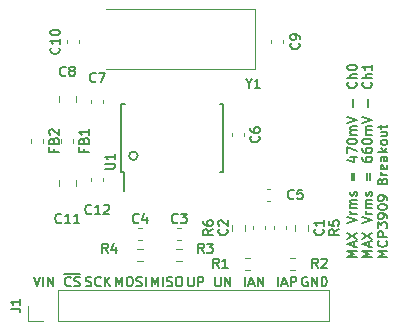
<source format=gbr>
%TF.GenerationSoftware,KiCad,Pcbnew,7.0.7*%
%TF.CreationDate,2025-04-13T10:38:35+09:30*%
%TF.ProjectId,MCP3909_Breakout,4d435033-3930-4395-9f42-7265616b6f75,rev?*%
%TF.SameCoordinates,Original*%
%TF.FileFunction,Legend,Top*%
%TF.FilePolarity,Positive*%
%FSLAX46Y46*%
G04 Gerber Fmt 4.6, Leading zero omitted, Abs format (unit mm)*
G04 Created by KiCad (PCBNEW 7.0.7) date 2025-04-13 10:38:35*
%MOMM*%
%LPD*%
G01*
G04 APERTURE LIST*
%ADD10C,0.150000*%
%ADD11C,0.200000*%
%ADD12C,0.120000*%
G04 APERTURE END LIST*
D10*
X140059210Y-99314000D02*
G75*
G03*
X140059210Y-99314000I-359210J0D01*
G01*
D11*
X146626054Y-109581695D02*
X146626054Y-110229314D01*
X146626054Y-110229314D02*
X146664149Y-110305504D01*
X146664149Y-110305504D02*
X146702244Y-110343600D01*
X146702244Y-110343600D02*
X146778435Y-110381695D01*
X146778435Y-110381695D02*
X146930816Y-110381695D01*
X146930816Y-110381695D02*
X147007006Y-110343600D01*
X147007006Y-110343600D02*
X147045101Y-110305504D01*
X147045101Y-110305504D02*
X147083197Y-110229314D01*
X147083197Y-110229314D02*
X147083197Y-109581695D01*
X147464149Y-110381695D02*
X147464149Y-109581695D01*
X147464149Y-109581695D02*
X147921292Y-110381695D01*
X147921292Y-110381695D02*
X147921292Y-109581695D01*
X158605695Y-107881945D02*
X157805695Y-107881945D01*
X157805695Y-107881945D02*
X158377123Y-107615279D01*
X158377123Y-107615279D02*
X157805695Y-107348612D01*
X157805695Y-107348612D02*
X158605695Y-107348612D01*
X158377123Y-107005755D02*
X158377123Y-106624802D01*
X158605695Y-107081945D02*
X157805695Y-106815278D01*
X157805695Y-106815278D02*
X158605695Y-106548612D01*
X157805695Y-106358136D02*
X158605695Y-105824802D01*
X157805695Y-105824802D02*
X158605695Y-106358136D01*
X157805695Y-105024802D02*
X158605695Y-104758135D01*
X158605695Y-104758135D02*
X157805695Y-104491469D01*
X158605695Y-104224802D02*
X158072361Y-104224802D01*
X158224742Y-104224802D02*
X158148552Y-104186707D01*
X158148552Y-104186707D02*
X158110457Y-104148612D01*
X158110457Y-104148612D02*
X158072361Y-104072421D01*
X158072361Y-104072421D02*
X158072361Y-103996231D01*
X158605695Y-103729564D02*
X158072361Y-103729564D01*
X158148552Y-103729564D02*
X158110457Y-103691469D01*
X158110457Y-103691469D02*
X158072361Y-103615279D01*
X158072361Y-103615279D02*
X158072361Y-103500993D01*
X158072361Y-103500993D02*
X158110457Y-103424802D01*
X158110457Y-103424802D02*
X158186647Y-103386707D01*
X158186647Y-103386707D02*
X158605695Y-103386707D01*
X158186647Y-103386707D02*
X158110457Y-103348612D01*
X158110457Y-103348612D02*
X158072361Y-103272421D01*
X158072361Y-103272421D02*
X158072361Y-103158136D01*
X158072361Y-103158136D02*
X158110457Y-103081945D01*
X158110457Y-103081945D02*
X158186647Y-103043850D01*
X158186647Y-103043850D02*
X158605695Y-103043850D01*
X158567600Y-102700993D02*
X158605695Y-102624802D01*
X158605695Y-102624802D02*
X158605695Y-102472421D01*
X158605695Y-102472421D02*
X158567600Y-102396231D01*
X158567600Y-102396231D02*
X158491409Y-102358135D01*
X158491409Y-102358135D02*
X158453314Y-102358135D01*
X158453314Y-102358135D02*
X158377123Y-102396231D01*
X158377123Y-102396231D02*
X158339028Y-102472421D01*
X158339028Y-102472421D02*
X158339028Y-102586707D01*
X158339028Y-102586707D02*
X158300933Y-102662897D01*
X158300933Y-102662897D02*
X158224742Y-102700993D01*
X158224742Y-102700993D02*
X158186647Y-102700993D01*
X158186647Y-102700993D02*
X158110457Y-102662897D01*
X158110457Y-102662897D02*
X158072361Y-102586707D01*
X158072361Y-102586707D02*
X158072361Y-102472421D01*
X158072361Y-102472421D02*
X158110457Y-102396231D01*
X158186647Y-101405754D02*
X158186647Y-100796231D01*
X158415219Y-100796231D02*
X158415219Y-101405754D01*
X158072361Y-99462897D02*
X158605695Y-99462897D01*
X157767600Y-99653373D02*
X158339028Y-99843850D01*
X158339028Y-99843850D02*
X158339028Y-99348611D01*
X157805695Y-99120040D02*
X157805695Y-98586706D01*
X157805695Y-98586706D02*
X158605695Y-98929564D01*
X157805695Y-98129563D02*
X157805695Y-98053373D01*
X157805695Y-98053373D02*
X157843790Y-97977182D01*
X157843790Y-97977182D02*
X157881885Y-97939087D01*
X157881885Y-97939087D02*
X157958076Y-97900992D01*
X157958076Y-97900992D02*
X158110457Y-97862897D01*
X158110457Y-97862897D02*
X158300933Y-97862897D01*
X158300933Y-97862897D02*
X158453314Y-97900992D01*
X158453314Y-97900992D02*
X158529504Y-97939087D01*
X158529504Y-97939087D02*
X158567600Y-97977182D01*
X158567600Y-97977182D02*
X158605695Y-98053373D01*
X158605695Y-98053373D02*
X158605695Y-98129563D01*
X158605695Y-98129563D02*
X158567600Y-98205754D01*
X158567600Y-98205754D02*
X158529504Y-98243849D01*
X158529504Y-98243849D02*
X158453314Y-98281944D01*
X158453314Y-98281944D02*
X158300933Y-98320040D01*
X158300933Y-98320040D02*
X158110457Y-98320040D01*
X158110457Y-98320040D02*
X157958076Y-98281944D01*
X157958076Y-98281944D02*
X157881885Y-98243849D01*
X157881885Y-98243849D02*
X157843790Y-98205754D01*
X157843790Y-98205754D02*
X157805695Y-98129563D01*
X158605695Y-97520039D02*
X158072361Y-97520039D01*
X158148552Y-97520039D02*
X158110457Y-97481944D01*
X158110457Y-97481944D02*
X158072361Y-97405754D01*
X158072361Y-97405754D02*
X158072361Y-97291468D01*
X158072361Y-97291468D02*
X158110457Y-97215277D01*
X158110457Y-97215277D02*
X158186647Y-97177182D01*
X158186647Y-97177182D02*
X158605695Y-97177182D01*
X158186647Y-97177182D02*
X158110457Y-97139087D01*
X158110457Y-97139087D02*
X158072361Y-97062896D01*
X158072361Y-97062896D02*
X158072361Y-96948611D01*
X158072361Y-96948611D02*
X158110457Y-96872420D01*
X158110457Y-96872420D02*
X158186647Y-96834325D01*
X158186647Y-96834325D02*
X158605695Y-96834325D01*
X157805695Y-96567658D02*
X158605695Y-96300991D01*
X158605695Y-96300991D02*
X157805695Y-96034325D01*
X158300933Y-95158134D02*
X158300933Y-94548611D01*
X158529504Y-93100991D02*
X158567600Y-93139087D01*
X158567600Y-93139087D02*
X158605695Y-93253372D01*
X158605695Y-93253372D02*
X158605695Y-93329563D01*
X158605695Y-93329563D02*
X158567600Y-93443849D01*
X158567600Y-93443849D02*
X158491409Y-93520039D01*
X158491409Y-93520039D02*
X158415219Y-93558134D01*
X158415219Y-93558134D02*
X158262838Y-93596230D01*
X158262838Y-93596230D02*
X158148552Y-93596230D01*
X158148552Y-93596230D02*
X157996171Y-93558134D01*
X157996171Y-93558134D02*
X157919980Y-93520039D01*
X157919980Y-93520039D02*
X157843790Y-93443849D01*
X157843790Y-93443849D02*
X157805695Y-93329563D01*
X157805695Y-93329563D02*
X157805695Y-93253372D01*
X157805695Y-93253372D02*
X157843790Y-93139087D01*
X157843790Y-93139087D02*
X157881885Y-93100991D01*
X158605695Y-92758134D02*
X157805695Y-92758134D01*
X158605695Y-92415277D02*
X158186647Y-92415277D01*
X158186647Y-92415277D02*
X158110457Y-92453372D01*
X158110457Y-92453372D02*
X158072361Y-92529563D01*
X158072361Y-92529563D02*
X158072361Y-92643849D01*
X158072361Y-92643849D02*
X158110457Y-92720039D01*
X158110457Y-92720039D02*
X158148552Y-92758134D01*
X157805695Y-91881943D02*
X157805695Y-91805753D01*
X157805695Y-91805753D02*
X157843790Y-91729562D01*
X157843790Y-91729562D02*
X157881885Y-91691467D01*
X157881885Y-91691467D02*
X157958076Y-91653372D01*
X157958076Y-91653372D02*
X158110457Y-91615277D01*
X158110457Y-91615277D02*
X158300933Y-91615277D01*
X158300933Y-91615277D02*
X158453314Y-91653372D01*
X158453314Y-91653372D02*
X158529504Y-91691467D01*
X158529504Y-91691467D02*
X158567600Y-91729562D01*
X158567600Y-91729562D02*
X158605695Y-91805753D01*
X158605695Y-91805753D02*
X158605695Y-91881943D01*
X158605695Y-91881943D02*
X158567600Y-91958134D01*
X158567600Y-91958134D02*
X158529504Y-91996229D01*
X158529504Y-91996229D02*
X158453314Y-92034324D01*
X158453314Y-92034324D02*
X158300933Y-92072420D01*
X158300933Y-92072420D02*
X158110457Y-92072420D01*
X158110457Y-92072420D02*
X157958076Y-92034324D01*
X157958076Y-92034324D02*
X157881885Y-91996229D01*
X157881885Y-91996229D02*
X157843790Y-91958134D01*
X157843790Y-91958134D02*
X157805695Y-91881943D01*
X159893695Y-107881945D02*
X159093695Y-107881945D01*
X159093695Y-107881945D02*
X159665123Y-107615279D01*
X159665123Y-107615279D02*
X159093695Y-107348612D01*
X159093695Y-107348612D02*
X159893695Y-107348612D01*
X159665123Y-107005755D02*
X159665123Y-106624802D01*
X159893695Y-107081945D02*
X159093695Y-106815278D01*
X159093695Y-106815278D02*
X159893695Y-106548612D01*
X159093695Y-106358136D02*
X159893695Y-105824802D01*
X159093695Y-105824802D02*
X159893695Y-106358136D01*
X159093695Y-105024802D02*
X159893695Y-104758135D01*
X159893695Y-104758135D02*
X159093695Y-104491469D01*
X159893695Y-104224802D02*
X159360361Y-104224802D01*
X159512742Y-104224802D02*
X159436552Y-104186707D01*
X159436552Y-104186707D02*
X159398457Y-104148612D01*
X159398457Y-104148612D02*
X159360361Y-104072421D01*
X159360361Y-104072421D02*
X159360361Y-103996231D01*
X159893695Y-103729564D02*
X159360361Y-103729564D01*
X159436552Y-103729564D02*
X159398457Y-103691469D01*
X159398457Y-103691469D02*
X159360361Y-103615279D01*
X159360361Y-103615279D02*
X159360361Y-103500993D01*
X159360361Y-103500993D02*
X159398457Y-103424802D01*
X159398457Y-103424802D02*
X159474647Y-103386707D01*
X159474647Y-103386707D02*
X159893695Y-103386707D01*
X159474647Y-103386707D02*
X159398457Y-103348612D01*
X159398457Y-103348612D02*
X159360361Y-103272421D01*
X159360361Y-103272421D02*
X159360361Y-103158136D01*
X159360361Y-103158136D02*
X159398457Y-103081945D01*
X159398457Y-103081945D02*
X159474647Y-103043850D01*
X159474647Y-103043850D02*
X159893695Y-103043850D01*
X159855600Y-102700993D02*
X159893695Y-102624802D01*
X159893695Y-102624802D02*
X159893695Y-102472421D01*
X159893695Y-102472421D02*
X159855600Y-102396231D01*
X159855600Y-102396231D02*
X159779409Y-102358135D01*
X159779409Y-102358135D02*
X159741314Y-102358135D01*
X159741314Y-102358135D02*
X159665123Y-102396231D01*
X159665123Y-102396231D02*
X159627028Y-102472421D01*
X159627028Y-102472421D02*
X159627028Y-102586707D01*
X159627028Y-102586707D02*
X159588933Y-102662897D01*
X159588933Y-102662897D02*
X159512742Y-102700993D01*
X159512742Y-102700993D02*
X159474647Y-102700993D01*
X159474647Y-102700993D02*
X159398457Y-102662897D01*
X159398457Y-102662897D02*
X159360361Y-102586707D01*
X159360361Y-102586707D02*
X159360361Y-102472421D01*
X159360361Y-102472421D02*
X159398457Y-102396231D01*
X159474647Y-101405754D02*
X159474647Y-100796231D01*
X159703219Y-100796231D02*
X159703219Y-101405754D01*
X159093695Y-99462897D02*
X159093695Y-99615278D01*
X159093695Y-99615278D02*
X159131790Y-99691469D01*
X159131790Y-99691469D02*
X159169885Y-99729564D01*
X159169885Y-99729564D02*
X159284171Y-99805754D01*
X159284171Y-99805754D02*
X159436552Y-99843850D01*
X159436552Y-99843850D02*
X159741314Y-99843850D01*
X159741314Y-99843850D02*
X159817504Y-99805754D01*
X159817504Y-99805754D02*
X159855600Y-99767659D01*
X159855600Y-99767659D02*
X159893695Y-99691469D01*
X159893695Y-99691469D02*
X159893695Y-99539088D01*
X159893695Y-99539088D02*
X159855600Y-99462897D01*
X159855600Y-99462897D02*
X159817504Y-99424802D01*
X159817504Y-99424802D02*
X159741314Y-99386707D01*
X159741314Y-99386707D02*
X159550838Y-99386707D01*
X159550838Y-99386707D02*
X159474647Y-99424802D01*
X159474647Y-99424802D02*
X159436552Y-99462897D01*
X159436552Y-99462897D02*
X159398457Y-99539088D01*
X159398457Y-99539088D02*
X159398457Y-99691469D01*
X159398457Y-99691469D02*
X159436552Y-99767659D01*
X159436552Y-99767659D02*
X159474647Y-99805754D01*
X159474647Y-99805754D02*
X159550838Y-99843850D01*
X159093695Y-98700992D02*
X159093695Y-98853373D01*
X159093695Y-98853373D02*
X159131790Y-98929564D01*
X159131790Y-98929564D02*
X159169885Y-98967659D01*
X159169885Y-98967659D02*
X159284171Y-99043849D01*
X159284171Y-99043849D02*
X159436552Y-99081945D01*
X159436552Y-99081945D02*
X159741314Y-99081945D01*
X159741314Y-99081945D02*
X159817504Y-99043849D01*
X159817504Y-99043849D02*
X159855600Y-99005754D01*
X159855600Y-99005754D02*
X159893695Y-98929564D01*
X159893695Y-98929564D02*
X159893695Y-98777183D01*
X159893695Y-98777183D02*
X159855600Y-98700992D01*
X159855600Y-98700992D02*
X159817504Y-98662897D01*
X159817504Y-98662897D02*
X159741314Y-98624802D01*
X159741314Y-98624802D02*
X159550838Y-98624802D01*
X159550838Y-98624802D02*
X159474647Y-98662897D01*
X159474647Y-98662897D02*
X159436552Y-98700992D01*
X159436552Y-98700992D02*
X159398457Y-98777183D01*
X159398457Y-98777183D02*
X159398457Y-98929564D01*
X159398457Y-98929564D02*
X159436552Y-99005754D01*
X159436552Y-99005754D02*
X159474647Y-99043849D01*
X159474647Y-99043849D02*
X159550838Y-99081945D01*
X159093695Y-98129563D02*
X159093695Y-98053373D01*
X159093695Y-98053373D02*
X159131790Y-97977182D01*
X159131790Y-97977182D02*
X159169885Y-97939087D01*
X159169885Y-97939087D02*
X159246076Y-97900992D01*
X159246076Y-97900992D02*
X159398457Y-97862897D01*
X159398457Y-97862897D02*
X159588933Y-97862897D01*
X159588933Y-97862897D02*
X159741314Y-97900992D01*
X159741314Y-97900992D02*
X159817504Y-97939087D01*
X159817504Y-97939087D02*
X159855600Y-97977182D01*
X159855600Y-97977182D02*
X159893695Y-98053373D01*
X159893695Y-98053373D02*
X159893695Y-98129563D01*
X159893695Y-98129563D02*
X159855600Y-98205754D01*
X159855600Y-98205754D02*
X159817504Y-98243849D01*
X159817504Y-98243849D02*
X159741314Y-98281944D01*
X159741314Y-98281944D02*
X159588933Y-98320040D01*
X159588933Y-98320040D02*
X159398457Y-98320040D01*
X159398457Y-98320040D02*
X159246076Y-98281944D01*
X159246076Y-98281944D02*
X159169885Y-98243849D01*
X159169885Y-98243849D02*
X159131790Y-98205754D01*
X159131790Y-98205754D02*
X159093695Y-98129563D01*
X159893695Y-97520039D02*
X159360361Y-97520039D01*
X159436552Y-97520039D02*
X159398457Y-97481944D01*
X159398457Y-97481944D02*
X159360361Y-97405754D01*
X159360361Y-97405754D02*
X159360361Y-97291468D01*
X159360361Y-97291468D02*
X159398457Y-97215277D01*
X159398457Y-97215277D02*
X159474647Y-97177182D01*
X159474647Y-97177182D02*
X159893695Y-97177182D01*
X159474647Y-97177182D02*
X159398457Y-97139087D01*
X159398457Y-97139087D02*
X159360361Y-97062896D01*
X159360361Y-97062896D02*
X159360361Y-96948611D01*
X159360361Y-96948611D02*
X159398457Y-96872420D01*
X159398457Y-96872420D02*
X159474647Y-96834325D01*
X159474647Y-96834325D02*
X159893695Y-96834325D01*
X159093695Y-96567658D02*
X159893695Y-96300991D01*
X159893695Y-96300991D02*
X159093695Y-96034325D01*
X159588933Y-95158134D02*
X159588933Y-94548611D01*
X159817504Y-93100991D02*
X159855600Y-93139087D01*
X159855600Y-93139087D02*
X159893695Y-93253372D01*
X159893695Y-93253372D02*
X159893695Y-93329563D01*
X159893695Y-93329563D02*
X159855600Y-93443849D01*
X159855600Y-93443849D02*
X159779409Y-93520039D01*
X159779409Y-93520039D02*
X159703219Y-93558134D01*
X159703219Y-93558134D02*
X159550838Y-93596230D01*
X159550838Y-93596230D02*
X159436552Y-93596230D01*
X159436552Y-93596230D02*
X159284171Y-93558134D01*
X159284171Y-93558134D02*
X159207980Y-93520039D01*
X159207980Y-93520039D02*
X159131790Y-93443849D01*
X159131790Y-93443849D02*
X159093695Y-93329563D01*
X159093695Y-93329563D02*
X159093695Y-93253372D01*
X159093695Y-93253372D02*
X159131790Y-93139087D01*
X159131790Y-93139087D02*
X159169885Y-93100991D01*
X159893695Y-92758134D02*
X159093695Y-92758134D01*
X159893695Y-92415277D02*
X159474647Y-92415277D01*
X159474647Y-92415277D02*
X159398457Y-92453372D01*
X159398457Y-92453372D02*
X159360361Y-92529563D01*
X159360361Y-92529563D02*
X159360361Y-92643849D01*
X159360361Y-92643849D02*
X159398457Y-92720039D01*
X159398457Y-92720039D02*
X159436552Y-92758134D01*
X159893695Y-91615277D02*
X159893695Y-92072420D01*
X159893695Y-91843848D02*
X159093695Y-91843848D01*
X159093695Y-91843848D02*
X159207980Y-91920039D01*
X159207980Y-91920039D02*
X159284171Y-91996229D01*
X159284171Y-91996229D02*
X159322266Y-92072420D01*
X161181695Y-107881945D02*
X160381695Y-107881945D01*
X160381695Y-107881945D02*
X160953123Y-107615279D01*
X160953123Y-107615279D02*
X160381695Y-107348612D01*
X160381695Y-107348612D02*
X161181695Y-107348612D01*
X161105504Y-106510516D02*
X161143600Y-106548612D01*
X161143600Y-106548612D02*
X161181695Y-106662897D01*
X161181695Y-106662897D02*
X161181695Y-106739088D01*
X161181695Y-106739088D02*
X161143600Y-106853374D01*
X161143600Y-106853374D02*
X161067409Y-106929564D01*
X161067409Y-106929564D02*
X160991219Y-106967659D01*
X160991219Y-106967659D02*
X160838838Y-107005755D01*
X160838838Y-107005755D02*
X160724552Y-107005755D01*
X160724552Y-107005755D02*
X160572171Y-106967659D01*
X160572171Y-106967659D02*
X160495980Y-106929564D01*
X160495980Y-106929564D02*
X160419790Y-106853374D01*
X160419790Y-106853374D02*
X160381695Y-106739088D01*
X160381695Y-106739088D02*
X160381695Y-106662897D01*
X160381695Y-106662897D02*
X160419790Y-106548612D01*
X160419790Y-106548612D02*
X160457885Y-106510516D01*
X161181695Y-106167659D02*
X160381695Y-106167659D01*
X160381695Y-106167659D02*
X160381695Y-105862897D01*
X160381695Y-105862897D02*
X160419790Y-105786707D01*
X160419790Y-105786707D02*
X160457885Y-105748612D01*
X160457885Y-105748612D02*
X160534076Y-105710516D01*
X160534076Y-105710516D02*
X160648361Y-105710516D01*
X160648361Y-105710516D02*
X160724552Y-105748612D01*
X160724552Y-105748612D02*
X160762647Y-105786707D01*
X160762647Y-105786707D02*
X160800742Y-105862897D01*
X160800742Y-105862897D02*
X160800742Y-106167659D01*
X160381695Y-105443850D02*
X160381695Y-104948612D01*
X160381695Y-104948612D02*
X160686457Y-105215278D01*
X160686457Y-105215278D02*
X160686457Y-105100993D01*
X160686457Y-105100993D02*
X160724552Y-105024802D01*
X160724552Y-105024802D02*
X160762647Y-104986707D01*
X160762647Y-104986707D02*
X160838838Y-104948612D01*
X160838838Y-104948612D02*
X161029314Y-104948612D01*
X161029314Y-104948612D02*
X161105504Y-104986707D01*
X161105504Y-104986707D02*
X161143600Y-105024802D01*
X161143600Y-105024802D02*
X161181695Y-105100993D01*
X161181695Y-105100993D02*
X161181695Y-105329564D01*
X161181695Y-105329564D02*
X161143600Y-105405755D01*
X161143600Y-105405755D02*
X161105504Y-105443850D01*
X161181695Y-104567659D02*
X161181695Y-104415278D01*
X161181695Y-104415278D02*
X161143600Y-104339088D01*
X161143600Y-104339088D02*
X161105504Y-104300992D01*
X161105504Y-104300992D02*
X160991219Y-104224802D01*
X160991219Y-104224802D02*
X160838838Y-104186707D01*
X160838838Y-104186707D02*
X160534076Y-104186707D01*
X160534076Y-104186707D02*
X160457885Y-104224802D01*
X160457885Y-104224802D02*
X160419790Y-104262897D01*
X160419790Y-104262897D02*
X160381695Y-104339088D01*
X160381695Y-104339088D02*
X160381695Y-104491469D01*
X160381695Y-104491469D02*
X160419790Y-104567659D01*
X160419790Y-104567659D02*
X160457885Y-104605754D01*
X160457885Y-104605754D02*
X160534076Y-104643850D01*
X160534076Y-104643850D02*
X160724552Y-104643850D01*
X160724552Y-104643850D02*
X160800742Y-104605754D01*
X160800742Y-104605754D02*
X160838838Y-104567659D01*
X160838838Y-104567659D02*
X160876933Y-104491469D01*
X160876933Y-104491469D02*
X160876933Y-104339088D01*
X160876933Y-104339088D02*
X160838838Y-104262897D01*
X160838838Y-104262897D02*
X160800742Y-104224802D01*
X160800742Y-104224802D02*
X160724552Y-104186707D01*
X160381695Y-103691468D02*
X160381695Y-103615278D01*
X160381695Y-103615278D02*
X160419790Y-103539087D01*
X160419790Y-103539087D02*
X160457885Y-103500992D01*
X160457885Y-103500992D02*
X160534076Y-103462897D01*
X160534076Y-103462897D02*
X160686457Y-103424802D01*
X160686457Y-103424802D02*
X160876933Y-103424802D01*
X160876933Y-103424802D02*
X161029314Y-103462897D01*
X161029314Y-103462897D02*
X161105504Y-103500992D01*
X161105504Y-103500992D02*
X161143600Y-103539087D01*
X161143600Y-103539087D02*
X161181695Y-103615278D01*
X161181695Y-103615278D02*
X161181695Y-103691468D01*
X161181695Y-103691468D02*
X161143600Y-103767659D01*
X161143600Y-103767659D02*
X161105504Y-103805754D01*
X161105504Y-103805754D02*
X161029314Y-103843849D01*
X161029314Y-103843849D02*
X160876933Y-103881945D01*
X160876933Y-103881945D02*
X160686457Y-103881945D01*
X160686457Y-103881945D02*
X160534076Y-103843849D01*
X160534076Y-103843849D02*
X160457885Y-103805754D01*
X160457885Y-103805754D02*
X160419790Y-103767659D01*
X160419790Y-103767659D02*
X160381695Y-103691468D01*
X161181695Y-103043849D02*
X161181695Y-102891468D01*
X161181695Y-102891468D02*
X161143600Y-102815278D01*
X161143600Y-102815278D02*
X161105504Y-102777182D01*
X161105504Y-102777182D02*
X160991219Y-102700992D01*
X160991219Y-102700992D02*
X160838838Y-102662897D01*
X160838838Y-102662897D02*
X160534076Y-102662897D01*
X160534076Y-102662897D02*
X160457885Y-102700992D01*
X160457885Y-102700992D02*
X160419790Y-102739087D01*
X160419790Y-102739087D02*
X160381695Y-102815278D01*
X160381695Y-102815278D02*
X160381695Y-102967659D01*
X160381695Y-102967659D02*
X160419790Y-103043849D01*
X160419790Y-103043849D02*
X160457885Y-103081944D01*
X160457885Y-103081944D02*
X160534076Y-103120040D01*
X160534076Y-103120040D02*
X160724552Y-103120040D01*
X160724552Y-103120040D02*
X160800742Y-103081944D01*
X160800742Y-103081944D02*
X160838838Y-103043849D01*
X160838838Y-103043849D02*
X160876933Y-102967659D01*
X160876933Y-102967659D02*
X160876933Y-102815278D01*
X160876933Y-102815278D02*
X160838838Y-102739087D01*
X160838838Y-102739087D02*
X160800742Y-102700992D01*
X160800742Y-102700992D02*
X160724552Y-102662897D01*
X160762647Y-101443849D02*
X160800742Y-101329563D01*
X160800742Y-101329563D02*
X160838838Y-101291468D01*
X160838838Y-101291468D02*
X160915028Y-101253372D01*
X160915028Y-101253372D02*
X161029314Y-101253372D01*
X161029314Y-101253372D02*
X161105504Y-101291468D01*
X161105504Y-101291468D02*
X161143600Y-101329563D01*
X161143600Y-101329563D02*
X161181695Y-101405753D01*
X161181695Y-101405753D02*
X161181695Y-101710515D01*
X161181695Y-101710515D02*
X160381695Y-101710515D01*
X160381695Y-101710515D02*
X160381695Y-101443849D01*
X160381695Y-101443849D02*
X160419790Y-101367658D01*
X160419790Y-101367658D02*
X160457885Y-101329563D01*
X160457885Y-101329563D02*
X160534076Y-101291468D01*
X160534076Y-101291468D02*
X160610266Y-101291468D01*
X160610266Y-101291468D02*
X160686457Y-101329563D01*
X160686457Y-101329563D02*
X160724552Y-101367658D01*
X160724552Y-101367658D02*
X160762647Y-101443849D01*
X160762647Y-101443849D02*
X160762647Y-101710515D01*
X161181695Y-100910515D02*
X160648361Y-100910515D01*
X160800742Y-100910515D02*
X160724552Y-100872420D01*
X160724552Y-100872420D02*
X160686457Y-100834325D01*
X160686457Y-100834325D02*
X160648361Y-100758134D01*
X160648361Y-100758134D02*
X160648361Y-100681944D01*
X161143600Y-100110515D02*
X161181695Y-100186706D01*
X161181695Y-100186706D02*
X161181695Y-100339087D01*
X161181695Y-100339087D02*
X161143600Y-100415277D01*
X161143600Y-100415277D02*
X161067409Y-100453373D01*
X161067409Y-100453373D02*
X160762647Y-100453373D01*
X160762647Y-100453373D02*
X160686457Y-100415277D01*
X160686457Y-100415277D02*
X160648361Y-100339087D01*
X160648361Y-100339087D02*
X160648361Y-100186706D01*
X160648361Y-100186706D02*
X160686457Y-100110515D01*
X160686457Y-100110515D02*
X160762647Y-100072420D01*
X160762647Y-100072420D02*
X160838838Y-100072420D01*
X160838838Y-100072420D02*
X160915028Y-100453373D01*
X161181695Y-99386706D02*
X160762647Y-99386706D01*
X160762647Y-99386706D02*
X160686457Y-99424801D01*
X160686457Y-99424801D02*
X160648361Y-99500992D01*
X160648361Y-99500992D02*
X160648361Y-99653373D01*
X160648361Y-99653373D02*
X160686457Y-99729563D01*
X161143600Y-99386706D02*
X161181695Y-99462897D01*
X161181695Y-99462897D02*
X161181695Y-99653373D01*
X161181695Y-99653373D02*
X161143600Y-99729563D01*
X161143600Y-99729563D02*
X161067409Y-99767659D01*
X161067409Y-99767659D02*
X160991219Y-99767659D01*
X160991219Y-99767659D02*
X160915028Y-99729563D01*
X160915028Y-99729563D02*
X160876933Y-99653373D01*
X160876933Y-99653373D02*
X160876933Y-99462897D01*
X160876933Y-99462897D02*
X160838838Y-99386706D01*
X161181695Y-99005753D02*
X160381695Y-99005753D01*
X160876933Y-98929563D02*
X161181695Y-98700991D01*
X160648361Y-98700991D02*
X160953123Y-99005753D01*
X161181695Y-98243849D02*
X161143600Y-98320039D01*
X161143600Y-98320039D02*
X161105504Y-98358134D01*
X161105504Y-98358134D02*
X161029314Y-98396230D01*
X161029314Y-98396230D02*
X160800742Y-98396230D01*
X160800742Y-98396230D02*
X160724552Y-98358134D01*
X160724552Y-98358134D02*
X160686457Y-98320039D01*
X160686457Y-98320039D02*
X160648361Y-98243849D01*
X160648361Y-98243849D02*
X160648361Y-98129563D01*
X160648361Y-98129563D02*
X160686457Y-98053372D01*
X160686457Y-98053372D02*
X160724552Y-98015277D01*
X160724552Y-98015277D02*
X160800742Y-97977182D01*
X160800742Y-97977182D02*
X161029314Y-97977182D01*
X161029314Y-97977182D02*
X161105504Y-98015277D01*
X161105504Y-98015277D02*
X161143600Y-98053372D01*
X161143600Y-98053372D02*
X161181695Y-98129563D01*
X161181695Y-98129563D02*
X161181695Y-98243849D01*
X160648361Y-97291467D02*
X161181695Y-97291467D01*
X160648361Y-97634324D02*
X161067409Y-97634324D01*
X161067409Y-97634324D02*
X161143600Y-97596229D01*
X161143600Y-97596229D02*
X161181695Y-97520039D01*
X161181695Y-97520039D02*
X161181695Y-97405753D01*
X161181695Y-97405753D02*
X161143600Y-97329562D01*
X161143600Y-97329562D02*
X161105504Y-97291467D01*
X160648361Y-97024800D02*
X160648361Y-96720038D01*
X160381695Y-96910514D02*
X161067409Y-96910514D01*
X161067409Y-96910514D02*
X161143600Y-96872419D01*
X161143600Y-96872419D02*
X161181695Y-96796229D01*
X161181695Y-96796229D02*
X161181695Y-96720038D01*
X135665958Y-110343600D02*
X135780244Y-110381695D01*
X135780244Y-110381695D02*
X135970720Y-110381695D01*
X135970720Y-110381695D02*
X136046911Y-110343600D01*
X136046911Y-110343600D02*
X136085006Y-110305504D01*
X136085006Y-110305504D02*
X136123101Y-110229314D01*
X136123101Y-110229314D02*
X136123101Y-110153123D01*
X136123101Y-110153123D02*
X136085006Y-110076933D01*
X136085006Y-110076933D02*
X136046911Y-110038838D01*
X136046911Y-110038838D02*
X135970720Y-110000742D01*
X135970720Y-110000742D02*
X135818339Y-109962647D01*
X135818339Y-109962647D02*
X135742149Y-109924552D01*
X135742149Y-109924552D02*
X135704054Y-109886457D01*
X135704054Y-109886457D02*
X135665958Y-109810266D01*
X135665958Y-109810266D02*
X135665958Y-109734076D01*
X135665958Y-109734076D02*
X135704054Y-109657885D01*
X135704054Y-109657885D02*
X135742149Y-109619790D01*
X135742149Y-109619790D02*
X135818339Y-109581695D01*
X135818339Y-109581695D02*
X136008816Y-109581695D01*
X136008816Y-109581695D02*
X136123101Y-109619790D01*
X136923102Y-110305504D02*
X136885006Y-110343600D01*
X136885006Y-110343600D02*
X136770721Y-110381695D01*
X136770721Y-110381695D02*
X136694530Y-110381695D01*
X136694530Y-110381695D02*
X136580244Y-110343600D01*
X136580244Y-110343600D02*
X136504054Y-110267409D01*
X136504054Y-110267409D02*
X136465959Y-110191219D01*
X136465959Y-110191219D02*
X136427863Y-110038838D01*
X136427863Y-110038838D02*
X136427863Y-109924552D01*
X136427863Y-109924552D02*
X136465959Y-109772171D01*
X136465959Y-109772171D02*
X136504054Y-109695980D01*
X136504054Y-109695980D02*
X136580244Y-109619790D01*
X136580244Y-109619790D02*
X136694530Y-109581695D01*
X136694530Y-109581695D02*
X136770721Y-109581695D01*
X136770721Y-109581695D02*
X136885006Y-109619790D01*
X136885006Y-109619790D02*
X136923102Y-109657885D01*
X137265959Y-110381695D02*
X137265959Y-109581695D01*
X137723102Y-110381695D02*
X137380244Y-109924552D01*
X137723102Y-109581695D02*
X137265959Y-110038838D01*
X144340054Y-109581695D02*
X144340054Y-110229314D01*
X144340054Y-110229314D02*
X144378149Y-110305504D01*
X144378149Y-110305504D02*
X144416244Y-110343600D01*
X144416244Y-110343600D02*
X144492435Y-110381695D01*
X144492435Y-110381695D02*
X144644816Y-110381695D01*
X144644816Y-110381695D02*
X144721006Y-110343600D01*
X144721006Y-110343600D02*
X144759101Y-110305504D01*
X144759101Y-110305504D02*
X144797197Y-110229314D01*
X144797197Y-110229314D02*
X144797197Y-109581695D01*
X145178149Y-110381695D02*
X145178149Y-109581695D01*
X145178149Y-109581695D02*
X145482911Y-109581695D01*
X145482911Y-109581695D02*
X145559101Y-109619790D01*
X145559101Y-109619790D02*
X145597196Y-109657885D01*
X145597196Y-109657885D02*
X145635292Y-109734076D01*
X145635292Y-109734076D02*
X145635292Y-109848361D01*
X145635292Y-109848361D02*
X145597196Y-109924552D01*
X145597196Y-109924552D02*
X145559101Y-109962647D01*
X145559101Y-109962647D02*
X145482911Y-110000742D01*
X145482911Y-110000742D02*
X145178149Y-110000742D01*
X141292054Y-110381695D02*
X141292054Y-109581695D01*
X141292054Y-109581695D02*
X141558720Y-110153123D01*
X141558720Y-110153123D02*
X141825387Y-109581695D01*
X141825387Y-109581695D02*
X141825387Y-110381695D01*
X142206340Y-110381695D02*
X142206340Y-109581695D01*
X142549196Y-110343600D02*
X142663482Y-110381695D01*
X142663482Y-110381695D02*
X142853958Y-110381695D01*
X142853958Y-110381695D02*
X142930149Y-110343600D01*
X142930149Y-110343600D02*
X142968244Y-110305504D01*
X142968244Y-110305504D02*
X143006339Y-110229314D01*
X143006339Y-110229314D02*
X143006339Y-110153123D01*
X143006339Y-110153123D02*
X142968244Y-110076933D01*
X142968244Y-110076933D02*
X142930149Y-110038838D01*
X142930149Y-110038838D02*
X142853958Y-110000742D01*
X142853958Y-110000742D02*
X142701577Y-109962647D01*
X142701577Y-109962647D02*
X142625387Y-109924552D01*
X142625387Y-109924552D02*
X142587292Y-109886457D01*
X142587292Y-109886457D02*
X142549196Y-109810266D01*
X142549196Y-109810266D02*
X142549196Y-109734076D01*
X142549196Y-109734076D02*
X142587292Y-109657885D01*
X142587292Y-109657885D02*
X142625387Y-109619790D01*
X142625387Y-109619790D02*
X142701577Y-109581695D01*
X142701577Y-109581695D02*
X142892054Y-109581695D01*
X142892054Y-109581695D02*
X143006339Y-109619790D01*
X143501578Y-109581695D02*
X143653959Y-109581695D01*
X143653959Y-109581695D02*
X143730149Y-109619790D01*
X143730149Y-109619790D02*
X143806340Y-109695980D01*
X143806340Y-109695980D02*
X143844435Y-109848361D01*
X143844435Y-109848361D02*
X143844435Y-110115028D01*
X143844435Y-110115028D02*
X143806340Y-110267409D01*
X143806340Y-110267409D02*
X143730149Y-110343600D01*
X143730149Y-110343600D02*
X143653959Y-110381695D01*
X143653959Y-110381695D02*
X143501578Y-110381695D01*
X143501578Y-110381695D02*
X143425387Y-110343600D01*
X143425387Y-110343600D02*
X143349197Y-110267409D01*
X143349197Y-110267409D02*
X143311101Y-110115028D01*
X143311101Y-110115028D02*
X143311101Y-109848361D01*
X143311101Y-109848361D02*
X143349197Y-109695980D01*
X143349197Y-109695980D02*
X143425387Y-109619790D01*
X143425387Y-109619790D02*
X143501578Y-109581695D01*
X138244054Y-110381695D02*
X138244054Y-109581695D01*
X138244054Y-109581695D02*
X138510720Y-110153123D01*
X138510720Y-110153123D02*
X138777387Y-109581695D01*
X138777387Y-109581695D02*
X138777387Y-110381695D01*
X139310721Y-109581695D02*
X139463102Y-109581695D01*
X139463102Y-109581695D02*
X139539292Y-109619790D01*
X139539292Y-109619790D02*
X139615483Y-109695980D01*
X139615483Y-109695980D02*
X139653578Y-109848361D01*
X139653578Y-109848361D02*
X139653578Y-110115028D01*
X139653578Y-110115028D02*
X139615483Y-110267409D01*
X139615483Y-110267409D02*
X139539292Y-110343600D01*
X139539292Y-110343600D02*
X139463102Y-110381695D01*
X139463102Y-110381695D02*
X139310721Y-110381695D01*
X139310721Y-110381695D02*
X139234530Y-110343600D01*
X139234530Y-110343600D02*
X139158340Y-110267409D01*
X139158340Y-110267409D02*
X139120244Y-110115028D01*
X139120244Y-110115028D02*
X139120244Y-109848361D01*
X139120244Y-109848361D02*
X139158340Y-109695980D01*
X139158340Y-109695980D02*
X139234530Y-109619790D01*
X139234530Y-109619790D02*
X139310721Y-109581695D01*
X139958339Y-110343600D02*
X140072625Y-110381695D01*
X140072625Y-110381695D02*
X140263101Y-110381695D01*
X140263101Y-110381695D02*
X140339292Y-110343600D01*
X140339292Y-110343600D02*
X140377387Y-110305504D01*
X140377387Y-110305504D02*
X140415482Y-110229314D01*
X140415482Y-110229314D02*
X140415482Y-110153123D01*
X140415482Y-110153123D02*
X140377387Y-110076933D01*
X140377387Y-110076933D02*
X140339292Y-110038838D01*
X140339292Y-110038838D02*
X140263101Y-110000742D01*
X140263101Y-110000742D02*
X140110720Y-109962647D01*
X140110720Y-109962647D02*
X140034530Y-109924552D01*
X140034530Y-109924552D02*
X139996435Y-109886457D01*
X139996435Y-109886457D02*
X139958339Y-109810266D01*
X139958339Y-109810266D02*
X139958339Y-109734076D01*
X139958339Y-109734076D02*
X139996435Y-109657885D01*
X139996435Y-109657885D02*
X140034530Y-109619790D01*
X140034530Y-109619790D02*
X140110720Y-109581695D01*
X140110720Y-109581695D02*
X140301197Y-109581695D01*
X140301197Y-109581695D02*
X140415482Y-109619790D01*
X140758340Y-110381695D02*
X140758340Y-109581695D01*
X151960054Y-110381695D02*
X151960054Y-109581695D01*
X152302910Y-110153123D02*
X152683863Y-110153123D01*
X152226720Y-110381695D02*
X152493387Y-109581695D01*
X152493387Y-109581695D02*
X152760053Y-110381695D01*
X153026720Y-110381695D02*
X153026720Y-109581695D01*
X153026720Y-109581695D02*
X153331482Y-109581695D01*
X153331482Y-109581695D02*
X153407672Y-109619790D01*
X153407672Y-109619790D02*
X153445767Y-109657885D01*
X153445767Y-109657885D02*
X153483863Y-109734076D01*
X153483863Y-109734076D02*
X153483863Y-109848361D01*
X153483863Y-109848361D02*
X153445767Y-109924552D01*
X153445767Y-109924552D02*
X153407672Y-109962647D01*
X153407672Y-109962647D02*
X153331482Y-110000742D01*
X153331482Y-110000742D02*
X153026720Y-110000742D01*
X131271768Y-109581695D02*
X131538435Y-110381695D01*
X131538435Y-110381695D02*
X131805101Y-109581695D01*
X132071768Y-110381695D02*
X132071768Y-109581695D01*
X132452720Y-110381695D02*
X132452720Y-109581695D01*
X132452720Y-109581695D02*
X132909863Y-110381695D01*
X132909863Y-110381695D02*
X132909863Y-109581695D01*
X149166054Y-110381695D02*
X149166054Y-109581695D01*
X149508910Y-110153123D02*
X149889863Y-110153123D01*
X149432720Y-110381695D02*
X149699387Y-109581695D01*
X149699387Y-109581695D02*
X149966053Y-110381695D01*
X150232720Y-110381695D02*
X150232720Y-109581695D01*
X150232720Y-109581695D02*
X150689863Y-110381695D01*
X150689863Y-110381695D02*
X150689863Y-109581695D01*
X154411101Y-109619790D02*
X154334911Y-109581695D01*
X154334911Y-109581695D02*
X154220625Y-109581695D01*
X154220625Y-109581695D02*
X154106339Y-109619790D01*
X154106339Y-109619790D02*
X154030149Y-109695980D01*
X154030149Y-109695980D02*
X153992054Y-109772171D01*
X153992054Y-109772171D02*
X153953958Y-109924552D01*
X153953958Y-109924552D02*
X153953958Y-110038838D01*
X153953958Y-110038838D02*
X153992054Y-110191219D01*
X153992054Y-110191219D02*
X154030149Y-110267409D01*
X154030149Y-110267409D02*
X154106339Y-110343600D01*
X154106339Y-110343600D02*
X154220625Y-110381695D01*
X154220625Y-110381695D02*
X154296816Y-110381695D01*
X154296816Y-110381695D02*
X154411101Y-110343600D01*
X154411101Y-110343600D02*
X154449197Y-110305504D01*
X154449197Y-110305504D02*
X154449197Y-110038838D01*
X154449197Y-110038838D02*
X154296816Y-110038838D01*
X154792054Y-110381695D02*
X154792054Y-109581695D01*
X154792054Y-109581695D02*
X155249197Y-110381695D01*
X155249197Y-110381695D02*
X155249197Y-109581695D01*
X155630149Y-110381695D02*
X155630149Y-109581695D01*
X155630149Y-109581695D02*
X155820625Y-109581695D01*
X155820625Y-109581695D02*
X155934911Y-109619790D01*
X155934911Y-109619790D02*
X156011101Y-109695980D01*
X156011101Y-109695980D02*
X156049196Y-109772171D01*
X156049196Y-109772171D02*
X156087292Y-109924552D01*
X156087292Y-109924552D02*
X156087292Y-110038838D01*
X156087292Y-110038838D02*
X156049196Y-110191219D01*
X156049196Y-110191219D02*
X156011101Y-110267409D01*
X156011101Y-110267409D02*
X155934911Y-110343600D01*
X155934911Y-110343600D02*
X155820625Y-110381695D01*
X155820625Y-110381695D02*
X155630149Y-110381695D01*
X134383197Y-110305504D02*
X134345101Y-110343600D01*
X134345101Y-110343600D02*
X134230816Y-110381695D01*
X134230816Y-110381695D02*
X134154625Y-110381695D01*
X134154625Y-110381695D02*
X134040339Y-110343600D01*
X134040339Y-110343600D02*
X133964149Y-110267409D01*
X133964149Y-110267409D02*
X133926054Y-110191219D01*
X133926054Y-110191219D02*
X133887958Y-110038838D01*
X133887958Y-110038838D02*
X133887958Y-109924552D01*
X133887958Y-109924552D02*
X133926054Y-109772171D01*
X133926054Y-109772171D02*
X133964149Y-109695980D01*
X133964149Y-109695980D02*
X134040339Y-109619790D01*
X134040339Y-109619790D02*
X134154625Y-109581695D01*
X134154625Y-109581695D02*
X134230816Y-109581695D01*
X134230816Y-109581695D02*
X134345101Y-109619790D01*
X134345101Y-109619790D02*
X134383197Y-109657885D01*
X134687958Y-110343600D02*
X134802244Y-110381695D01*
X134802244Y-110381695D02*
X134992720Y-110381695D01*
X134992720Y-110381695D02*
X135068911Y-110343600D01*
X135068911Y-110343600D02*
X135107006Y-110305504D01*
X135107006Y-110305504D02*
X135145101Y-110229314D01*
X135145101Y-110229314D02*
X135145101Y-110153123D01*
X135145101Y-110153123D02*
X135107006Y-110076933D01*
X135107006Y-110076933D02*
X135068911Y-110038838D01*
X135068911Y-110038838D02*
X134992720Y-110000742D01*
X134992720Y-110000742D02*
X134840339Y-109962647D01*
X134840339Y-109962647D02*
X134764149Y-109924552D01*
X134764149Y-109924552D02*
X134726054Y-109886457D01*
X134726054Y-109886457D02*
X134687958Y-109810266D01*
X134687958Y-109810266D02*
X134687958Y-109734076D01*
X134687958Y-109734076D02*
X134726054Y-109657885D01*
X134726054Y-109657885D02*
X134764149Y-109619790D01*
X134764149Y-109619790D02*
X134840339Y-109581695D01*
X134840339Y-109581695D02*
X135030816Y-109581695D01*
X135030816Y-109581695D02*
X135145101Y-109619790D01*
X133815578Y-109359600D02*
X135217483Y-109359600D01*
X153699504Y-89795332D02*
X153737600Y-89833428D01*
X153737600Y-89833428D02*
X153775695Y-89947713D01*
X153775695Y-89947713D02*
X153775695Y-90023904D01*
X153775695Y-90023904D02*
X153737600Y-90138190D01*
X153737600Y-90138190D02*
X153661409Y-90214380D01*
X153661409Y-90214380D02*
X153585219Y-90252475D01*
X153585219Y-90252475D02*
X153432838Y-90290571D01*
X153432838Y-90290571D02*
X153318552Y-90290571D01*
X153318552Y-90290571D02*
X153166171Y-90252475D01*
X153166171Y-90252475D02*
X153089980Y-90214380D01*
X153089980Y-90214380D02*
X153013790Y-90138190D01*
X153013790Y-90138190D02*
X152975695Y-90023904D01*
X152975695Y-90023904D02*
X152975695Y-89947713D01*
X152975695Y-89947713D02*
X153013790Y-89833428D01*
X153013790Y-89833428D02*
X153051885Y-89795332D01*
X153775695Y-89414380D02*
X153775695Y-89261999D01*
X153775695Y-89261999D02*
X153737600Y-89185809D01*
X153737600Y-89185809D02*
X153699504Y-89147713D01*
X153699504Y-89147713D02*
X153585219Y-89071523D01*
X153585219Y-89071523D02*
X153432838Y-89033428D01*
X153432838Y-89033428D02*
X153128076Y-89033428D01*
X153128076Y-89033428D02*
X153051885Y-89071523D01*
X153051885Y-89071523D02*
X153013790Y-89109618D01*
X153013790Y-89109618D02*
X152975695Y-89185809D01*
X152975695Y-89185809D02*
X152975695Y-89338190D01*
X152975695Y-89338190D02*
X153013790Y-89414380D01*
X153013790Y-89414380D02*
X153051885Y-89452475D01*
X153051885Y-89452475D02*
X153128076Y-89490571D01*
X153128076Y-89490571D02*
X153318552Y-89490571D01*
X153318552Y-89490571D02*
X153394742Y-89452475D01*
X153394742Y-89452475D02*
X153432838Y-89414380D01*
X153432838Y-89414380D02*
X153470933Y-89338190D01*
X153470933Y-89338190D02*
X153470933Y-89185809D01*
X153470933Y-89185809D02*
X153432838Y-89109618D01*
X153432838Y-89109618D02*
X153394742Y-89071523D01*
X153394742Y-89071523D02*
X153318552Y-89033428D01*
X137534667Y-107547695D02*
X137268000Y-107166742D01*
X137077524Y-107547695D02*
X137077524Y-106747695D01*
X137077524Y-106747695D02*
X137382286Y-106747695D01*
X137382286Y-106747695D02*
X137458476Y-106785790D01*
X137458476Y-106785790D02*
X137496571Y-106823885D01*
X137496571Y-106823885D02*
X137534667Y-106900076D01*
X137534667Y-106900076D02*
X137534667Y-107014361D01*
X137534667Y-107014361D02*
X137496571Y-107090552D01*
X137496571Y-107090552D02*
X137458476Y-107128647D01*
X137458476Y-107128647D02*
X137382286Y-107166742D01*
X137382286Y-107166742D02*
X137077524Y-107166742D01*
X138220381Y-107014361D02*
X138220381Y-107547695D01*
X138029905Y-106709600D02*
X137839428Y-107281028D01*
X137839428Y-107281028D02*
X138334667Y-107281028D01*
X157077695Y-105543332D02*
X156696742Y-105809999D01*
X157077695Y-106000475D02*
X156277695Y-106000475D01*
X156277695Y-106000475D02*
X156277695Y-105695713D01*
X156277695Y-105695713D02*
X156315790Y-105619523D01*
X156315790Y-105619523D02*
X156353885Y-105581428D01*
X156353885Y-105581428D02*
X156430076Y-105543332D01*
X156430076Y-105543332D02*
X156544361Y-105543332D01*
X156544361Y-105543332D02*
X156620552Y-105581428D01*
X156620552Y-105581428D02*
X156658647Y-105619523D01*
X156658647Y-105619523D02*
X156696742Y-105695713D01*
X156696742Y-105695713D02*
X156696742Y-106000475D01*
X156277695Y-104819523D02*
X156277695Y-105200475D01*
X156277695Y-105200475D02*
X156658647Y-105238571D01*
X156658647Y-105238571D02*
X156620552Y-105200475D01*
X156620552Y-105200475D02*
X156582457Y-105124285D01*
X156582457Y-105124285D02*
X156582457Y-104933809D01*
X156582457Y-104933809D02*
X156620552Y-104857618D01*
X156620552Y-104857618D02*
X156658647Y-104819523D01*
X156658647Y-104819523D02*
X156734838Y-104781428D01*
X156734838Y-104781428D02*
X156925314Y-104781428D01*
X156925314Y-104781428D02*
X157001504Y-104819523D01*
X157001504Y-104819523D02*
X157039600Y-104857618D01*
X157039600Y-104857618D02*
X157077695Y-104933809D01*
X157077695Y-104933809D02*
X157077695Y-105124285D01*
X157077695Y-105124285D02*
X157039600Y-105200475D01*
X157039600Y-105200475D02*
X157001504Y-105238571D01*
X133978667Y-92485504D02*
X133940571Y-92523600D01*
X133940571Y-92523600D02*
X133826286Y-92561695D01*
X133826286Y-92561695D02*
X133750095Y-92561695D01*
X133750095Y-92561695D02*
X133635809Y-92523600D01*
X133635809Y-92523600D02*
X133559619Y-92447409D01*
X133559619Y-92447409D02*
X133521524Y-92371219D01*
X133521524Y-92371219D02*
X133483428Y-92218838D01*
X133483428Y-92218838D02*
X133483428Y-92104552D01*
X133483428Y-92104552D02*
X133521524Y-91952171D01*
X133521524Y-91952171D02*
X133559619Y-91875980D01*
X133559619Y-91875980D02*
X133635809Y-91799790D01*
X133635809Y-91799790D02*
X133750095Y-91761695D01*
X133750095Y-91761695D02*
X133826286Y-91761695D01*
X133826286Y-91761695D02*
X133940571Y-91799790D01*
X133940571Y-91799790D02*
X133978667Y-91837885D01*
X134435809Y-92104552D02*
X134359619Y-92066457D01*
X134359619Y-92066457D02*
X134321524Y-92028361D01*
X134321524Y-92028361D02*
X134283428Y-91952171D01*
X134283428Y-91952171D02*
X134283428Y-91914076D01*
X134283428Y-91914076D02*
X134321524Y-91837885D01*
X134321524Y-91837885D02*
X134359619Y-91799790D01*
X134359619Y-91799790D02*
X134435809Y-91761695D01*
X134435809Y-91761695D02*
X134588190Y-91761695D01*
X134588190Y-91761695D02*
X134664381Y-91799790D01*
X134664381Y-91799790D02*
X134702476Y-91837885D01*
X134702476Y-91837885D02*
X134740571Y-91914076D01*
X134740571Y-91914076D02*
X134740571Y-91952171D01*
X134740571Y-91952171D02*
X134702476Y-92028361D01*
X134702476Y-92028361D02*
X134664381Y-92066457D01*
X134664381Y-92066457D02*
X134588190Y-92104552D01*
X134588190Y-92104552D02*
X134435809Y-92104552D01*
X134435809Y-92104552D02*
X134359619Y-92142647D01*
X134359619Y-92142647D02*
X134321524Y-92180742D01*
X134321524Y-92180742D02*
X134283428Y-92256933D01*
X134283428Y-92256933D02*
X134283428Y-92409314D01*
X134283428Y-92409314D02*
X134321524Y-92485504D01*
X134321524Y-92485504D02*
X134359619Y-92523600D01*
X134359619Y-92523600D02*
X134435809Y-92561695D01*
X134435809Y-92561695D02*
X134588190Y-92561695D01*
X134588190Y-92561695D02*
X134664381Y-92523600D01*
X134664381Y-92523600D02*
X134702476Y-92485504D01*
X134702476Y-92485504D02*
X134740571Y-92409314D01*
X134740571Y-92409314D02*
X134740571Y-92256933D01*
X134740571Y-92256933D02*
X134702476Y-92180742D01*
X134702476Y-92180742D02*
X134664381Y-92142647D01*
X134664381Y-92142647D02*
X134588190Y-92104552D01*
X146932667Y-108817695D02*
X146666000Y-108436742D01*
X146475524Y-108817695D02*
X146475524Y-108017695D01*
X146475524Y-108017695D02*
X146780286Y-108017695D01*
X146780286Y-108017695D02*
X146856476Y-108055790D01*
X146856476Y-108055790D02*
X146894571Y-108093885D01*
X146894571Y-108093885D02*
X146932667Y-108170076D01*
X146932667Y-108170076D02*
X146932667Y-108284361D01*
X146932667Y-108284361D02*
X146894571Y-108360552D01*
X146894571Y-108360552D02*
X146856476Y-108398647D01*
X146856476Y-108398647D02*
X146780286Y-108436742D01*
X146780286Y-108436742D02*
X146475524Y-108436742D01*
X147694571Y-108817695D02*
X147237428Y-108817695D01*
X147466000Y-108817695D02*
X147466000Y-108017695D01*
X147466000Y-108017695D02*
X147389809Y-108131980D01*
X147389809Y-108131980D02*
X147313619Y-108208171D01*
X147313619Y-108208171D02*
X147237428Y-108246266D01*
X136518667Y-92993504D02*
X136480571Y-93031600D01*
X136480571Y-93031600D02*
X136366286Y-93069695D01*
X136366286Y-93069695D02*
X136290095Y-93069695D01*
X136290095Y-93069695D02*
X136175809Y-93031600D01*
X136175809Y-93031600D02*
X136099619Y-92955409D01*
X136099619Y-92955409D02*
X136061524Y-92879219D01*
X136061524Y-92879219D02*
X136023428Y-92726838D01*
X136023428Y-92726838D02*
X136023428Y-92612552D01*
X136023428Y-92612552D02*
X136061524Y-92460171D01*
X136061524Y-92460171D02*
X136099619Y-92383980D01*
X136099619Y-92383980D02*
X136175809Y-92307790D01*
X136175809Y-92307790D02*
X136290095Y-92269695D01*
X136290095Y-92269695D02*
X136366286Y-92269695D01*
X136366286Y-92269695D02*
X136480571Y-92307790D01*
X136480571Y-92307790D02*
X136518667Y-92345885D01*
X136785333Y-92269695D02*
X137318667Y-92269695D01*
X137318667Y-92269695D02*
X136975809Y-93069695D01*
X146409695Y-105543332D02*
X146028742Y-105809999D01*
X146409695Y-106000475D02*
X145609695Y-106000475D01*
X145609695Y-106000475D02*
X145609695Y-105695713D01*
X145609695Y-105695713D02*
X145647790Y-105619523D01*
X145647790Y-105619523D02*
X145685885Y-105581428D01*
X145685885Y-105581428D02*
X145762076Y-105543332D01*
X145762076Y-105543332D02*
X145876361Y-105543332D01*
X145876361Y-105543332D02*
X145952552Y-105581428D01*
X145952552Y-105581428D02*
X145990647Y-105619523D01*
X145990647Y-105619523D02*
X146028742Y-105695713D01*
X146028742Y-105695713D02*
X146028742Y-106000475D01*
X145609695Y-104857618D02*
X145609695Y-105009999D01*
X145609695Y-105009999D02*
X145647790Y-105086190D01*
X145647790Y-105086190D02*
X145685885Y-105124285D01*
X145685885Y-105124285D02*
X145800171Y-105200475D01*
X145800171Y-105200475D02*
X145952552Y-105238571D01*
X145952552Y-105238571D02*
X146257314Y-105238571D01*
X146257314Y-105238571D02*
X146333504Y-105200475D01*
X146333504Y-105200475D02*
X146371600Y-105162380D01*
X146371600Y-105162380D02*
X146409695Y-105086190D01*
X146409695Y-105086190D02*
X146409695Y-104933809D01*
X146409695Y-104933809D02*
X146371600Y-104857618D01*
X146371600Y-104857618D02*
X146333504Y-104819523D01*
X146333504Y-104819523D02*
X146257314Y-104781428D01*
X146257314Y-104781428D02*
X146066838Y-104781428D01*
X146066838Y-104781428D02*
X145990647Y-104819523D01*
X145990647Y-104819523D02*
X145952552Y-104857618D01*
X145952552Y-104857618D02*
X145914457Y-104933809D01*
X145914457Y-104933809D02*
X145914457Y-105086190D01*
X145914457Y-105086190D02*
X145952552Y-105162380D01*
X145952552Y-105162380D02*
X145990647Y-105200475D01*
X145990647Y-105200475D02*
X146066838Y-105238571D01*
X133379504Y-90176285D02*
X133417600Y-90214381D01*
X133417600Y-90214381D02*
X133455695Y-90328666D01*
X133455695Y-90328666D02*
X133455695Y-90404857D01*
X133455695Y-90404857D02*
X133417600Y-90519143D01*
X133417600Y-90519143D02*
X133341409Y-90595333D01*
X133341409Y-90595333D02*
X133265219Y-90633428D01*
X133265219Y-90633428D02*
X133112838Y-90671524D01*
X133112838Y-90671524D02*
X132998552Y-90671524D01*
X132998552Y-90671524D02*
X132846171Y-90633428D01*
X132846171Y-90633428D02*
X132769980Y-90595333D01*
X132769980Y-90595333D02*
X132693790Y-90519143D01*
X132693790Y-90519143D02*
X132655695Y-90404857D01*
X132655695Y-90404857D02*
X132655695Y-90328666D01*
X132655695Y-90328666D02*
X132693790Y-90214381D01*
X132693790Y-90214381D02*
X132731885Y-90176285D01*
X133455695Y-89414381D02*
X133455695Y-89871524D01*
X133455695Y-89642952D02*
X132655695Y-89642952D01*
X132655695Y-89642952D02*
X132769980Y-89719143D01*
X132769980Y-89719143D02*
X132846171Y-89795333D01*
X132846171Y-89795333D02*
X132884266Y-89871524D01*
X132655695Y-88919142D02*
X132655695Y-88842952D01*
X132655695Y-88842952D02*
X132693790Y-88766761D01*
X132693790Y-88766761D02*
X132731885Y-88728666D01*
X132731885Y-88728666D02*
X132808076Y-88690571D01*
X132808076Y-88690571D02*
X132960457Y-88652476D01*
X132960457Y-88652476D02*
X133150933Y-88652476D01*
X133150933Y-88652476D02*
X133303314Y-88690571D01*
X133303314Y-88690571D02*
X133379504Y-88728666D01*
X133379504Y-88728666D02*
X133417600Y-88766761D01*
X133417600Y-88766761D02*
X133455695Y-88842952D01*
X133455695Y-88842952D02*
X133455695Y-88919142D01*
X133455695Y-88919142D02*
X133417600Y-88995333D01*
X133417600Y-88995333D02*
X133379504Y-89033428D01*
X133379504Y-89033428D02*
X133303314Y-89071523D01*
X133303314Y-89071523D02*
X133150933Y-89109619D01*
X133150933Y-89109619D02*
X132960457Y-89109619D01*
X132960457Y-89109619D02*
X132808076Y-89071523D01*
X132808076Y-89071523D02*
X132731885Y-89033428D01*
X132731885Y-89033428D02*
X132693790Y-88995333D01*
X132693790Y-88995333D02*
X132655695Y-88919142D01*
X153282667Y-102899504D02*
X153244571Y-102937600D01*
X153244571Y-102937600D02*
X153130286Y-102975695D01*
X153130286Y-102975695D02*
X153054095Y-102975695D01*
X153054095Y-102975695D02*
X152939809Y-102937600D01*
X152939809Y-102937600D02*
X152863619Y-102861409D01*
X152863619Y-102861409D02*
X152825524Y-102785219D01*
X152825524Y-102785219D02*
X152787428Y-102632838D01*
X152787428Y-102632838D02*
X152787428Y-102518552D01*
X152787428Y-102518552D02*
X152825524Y-102366171D01*
X152825524Y-102366171D02*
X152863619Y-102289980D01*
X152863619Y-102289980D02*
X152939809Y-102213790D01*
X152939809Y-102213790D02*
X153054095Y-102175695D01*
X153054095Y-102175695D02*
X153130286Y-102175695D01*
X153130286Y-102175695D02*
X153244571Y-102213790D01*
X153244571Y-102213790D02*
X153282667Y-102251885D01*
X154006476Y-102175695D02*
X153625524Y-102175695D01*
X153625524Y-102175695D02*
X153587428Y-102556647D01*
X153587428Y-102556647D02*
X153625524Y-102518552D01*
X153625524Y-102518552D02*
X153701714Y-102480457D01*
X153701714Y-102480457D02*
X153892190Y-102480457D01*
X153892190Y-102480457D02*
X153968381Y-102518552D01*
X153968381Y-102518552D02*
X154006476Y-102556647D01*
X154006476Y-102556647D02*
X154044571Y-102632838D01*
X154044571Y-102632838D02*
X154044571Y-102823314D01*
X154044571Y-102823314D02*
X154006476Y-102899504D01*
X154006476Y-102899504D02*
X153968381Y-102937600D01*
X153968381Y-102937600D02*
X153892190Y-102975695D01*
X153892190Y-102975695D02*
X153701714Y-102975695D01*
X153701714Y-102975695D02*
X153625524Y-102937600D01*
X153625524Y-102937600D02*
X153587428Y-102899504D01*
X133597714Y-104931504D02*
X133559618Y-104969600D01*
X133559618Y-104969600D02*
X133445333Y-105007695D01*
X133445333Y-105007695D02*
X133369142Y-105007695D01*
X133369142Y-105007695D02*
X133254856Y-104969600D01*
X133254856Y-104969600D02*
X133178666Y-104893409D01*
X133178666Y-104893409D02*
X133140571Y-104817219D01*
X133140571Y-104817219D02*
X133102475Y-104664838D01*
X133102475Y-104664838D02*
X133102475Y-104550552D01*
X133102475Y-104550552D02*
X133140571Y-104398171D01*
X133140571Y-104398171D02*
X133178666Y-104321980D01*
X133178666Y-104321980D02*
X133254856Y-104245790D01*
X133254856Y-104245790D02*
X133369142Y-104207695D01*
X133369142Y-104207695D02*
X133445333Y-104207695D01*
X133445333Y-104207695D02*
X133559618Y-104245790D01*
X133559618Y-104245790D02*
X133597714Y-104283885D01*
X134359618Y-105007695D02*
X133902475Y-105007695D01*
X134131047Y-105007695D02*
X134131047Y-104207695D01*
X134131047Y-104207695D02*
X134054856Y-104321980D01*
X134054856Y-104321980D02*
X133978666Y-104398171D01*
X133978666Y-104398171D02*
X133902475Y-104436266D01*
X135121523Y-105007695D02*
X134664380Y-105007695D01*
X134892952Y-105007695D02*
X134892952Y-104207695D01*
X134892952Y-104207695D02*
X134816761Y-104321980D01*
X134816761Y-104321980D02*
X134740571Y-104398171D01*
X134740571Y-104398171D02*
X134664380Y-104436266D01*
X143439667Y-104931504D02*
X143401571Y-104969600D01*
X143401571Y-104969600D02*
X143287286Y-105007695D01*
X143287286Y-105007695D02*
X143211095Y-105007695D01*
X143211095Y-105007695D02*
X143096809Y-104969600D01*
X143096809Y-104969600D02*
X143020619Y-104893409D01*
X143020619Y-104893409D02*
X142982524Y-104817219D01*
X142982524Y-104817219D02*
X142944428Y-104664838D01*
X142944428Y-104664838D02*
X142944428Y-104550552D01*
X142944428Y-104550552D02*
X142982524Y-104398171D01*
X142982524Y-104398171D02*
X143020619Y-104321980D01*
X143020619Y-104321980D02*
X143096809Y-104245790D01*
X143096809Y-104245790D02*
X143211095Y-104207695D01*
X143211095Y-104207695D02*
X143287286Y-104207695D01*
X143287286Y-104207695D02*
X143401571Y-104245790D01*
X143401571Y-104245790D02*
X143439667Y-104283885D01*
X143706333Y-104207695D02*
X144201571Y-104207695D01*
X144201571Y-104207695D02*
X143934905Y-104512457D01*
X143934905Y-104512457D02*
X144049190Y-104512457D01*
X144049190Y-104512457D02*
X144125381Y-104550552D01*
X144125381Y-104550552D02*
X144163476Y-104588647D01*
X144163476Y-104588647D02*
X144201571Y-104664838D01*
X144201571Y-104664838D02*
X144201571Y-104855314D01*
X144201571Y-104855314D02*
X144163476Y-104931504D01*
X144163476Y-104931504D02*
X144125381Y-104969600D01*
X144125381Y-104969600D02*
X144049190Y-105007695D01*
X144049190Y-105007695D02*
X143820619Y-105007695D01*
X143820619Y-105007695D02*
X143744428Y-104969600D01*
X143744428Y-104969600D02*
X143706333Y-104931504D01*
X129309695Y-112280666D02*
X129881123Y-112280666D01*
X129881123Y-112280666D02*
X129995409Y-112318761D01*
X129995409Y-112318761D02*
X130071600Y-112394952D01*
X130071600Y-112394952D02*
X130109695Y-112509237D01*
X130109695Y-112509237D02*
X130109695Y-112585428D01*
X130109695Y-111480666D02*
X130109695Y-111937809D01*
X130109695Y-111709237D02*
X129309695Y-111709237D01*
X129309695Y-111709237D02*
X129423980Y-111785428D01*
X129423980Y-111785428D02*
X129500171Y-111861618D01*
X129500171Y-111861618D02*
X129538266Y-111937809D01*
X150303504Y-97669332D02*
X150341600Y-97707428D01*
X150341600Y-97707428D02*
X150379695Y-97821713D01*
X150379695Y-97821713D02*
X150379695Y-97897904D01*
X150379695Y-97897904D02*
X150341600Y-98012190D01*
X150341600Y-98012190D02*
X150265409Y-98088380D01*
X150265409Y-98088380D02*
X150189219Y-98126475D01*
X150189219Y-98126475D02*
X150036838Y-98164571D01*
X150036838Y-98164571D02*
X149922552Y-98164571D01*
X149922552Y-98164571D02*
X149770171Y-98126475D01*
X149770171Y-98126475D02*
X149693980Y-98088380D01*
X149693980Y-98088380D02*
X149617790Y-98012190D01*
X149617790Y-98012190D02*
X149579695Y-97897904D01*
X149579695Y-97897904D02*
X149579695Y-97821713D01*
X149579695Y-97821713D02*
X149617790Y-97707428D01*
X149617790Y-97707428D02*
X149655885Y-97669332D01*
X149579695Y-96983618D02*
X149579695Y-97135999D01*
X149579695Y-97135999D02*
X149617790Y-97212190D01*
X149617790Y-97212190D02*
X149655885Y-97250285D01*
X149655885Y-97250285D02*
X149770171Y-97326475D01*
X149770171Y-97326475D02*
X149922552Y-97364571D01*
X149922552Y-97364571D02*
X150227314Y-97364571D01*
X150227314Y-97364571D02*
X150303504Y-97326475D01*
X150303504Y-97326475D02*
X150341600Y-97288380D01*
X150341600Y-97288380D02*
X150379695Y-97212190D01*
X150379695Y-97212190D02*
X150379695Y-97059809D01*
X150379695Y-97059809D02*
X150341600Y-96983618D01*
X150341600Y-96983618D02*
X150303504Y-96945523D01*
X150303504Y-96945523D02*
X150227314Y-96907428D01*
X150227314Y-96907428D02*
X150036838Y-96907428D01*
X150036838Y-96907428D02*
X149960647Y-96945523D01*
X149960647Y-96945523D02*
X149922552Y-96983618D01*
X149922552Y-96983618D02*
X149884457Y-97059809D01*
X149884457Y-97059809D02*
X149884457Y-97212190D01*
X149884457Y-97212190D02*
X149922552Y-97288380D01*
X149922552Y-97288380D02*
X149960647Y-97326475D01*
X149960647Y-97326475D02*
X150036838Y-97364571D01*
X149479048Y-93196742D02*
X149479048Y-93577695D01*
X149212381Y-92777695D02*
X149479048Y-93196742D01*
X149479048Y-93196742D02*
X149745714Y-92777695D01*
X150431428Y-93577695D02*
X149974285Y-93577695D01*
X150202857Y-93577695D02*
X150202857Y-92777695D01*
X150202857Y-92777695D02*
X150126666Y-92891980D01*
X150126666Y-92891980D02*
X150050476Y-92968171D01*
X150050476Y-92968171D02*
X149974285Y-93006266D01*
X145662667Y-107547695D02*
X145396000Y-107166742D01*
X145205524Y-107547695D02*
X145205524Y-106747695D01*
X145205524Y-106747695D02*
X145510286Y-106747695D01*
X145510286Y-106747695D02*
X145586476Y-106785790D01*
X145586476Y-106785790D02*
X145624571Y-106823885D01*
X145624571Y-106823885D02*
X145662667Y-106900076D01*
X145662667Y-106900076D02*
X145662667Y-107014361D01*
X145662667Y-107014361D02*
X145624571Y-107090552D01*
X145624571Y-107090552D02*
X145586476Y-107128647D01*
X145586476Y-107128647D02*
X145510286Y-107166742D01*
X145510286Y-107166742D02*
X145205524Y-107166742D01*
X145929333Y-106747695D02*
X146424571Y-106747695D01*
X146424571Y-106747695D02*
X146157905Y-107052457D01*
X146157905Y-107052457D02*
X146272190Y-107052457D01*
X146272190Y-107052457D02*
X146348381Y-107090552D01*
X146348381Y-107090552D02*
X146386476Y-107128647D01*
X146386476Y-107128647D02*
X146424571Y-107204838D01*
X146424571Y-107204838D02*
X146424571Y-107395314D01*
X146424571Y-107395314D02*
X146386476Y-107471504D01*
X146386476Y-107471504D02*
X146348381Y-107509600D01*
X146348381Y-107509600D02*
X146272190Y-107547695D01*
X146272190Y-107547695D02*
X146043619Y-107547695D01*
X146043619Y-107547695D02*
X145967428Y-107509600D01*
X145967428Y-107509600D02*
X145929333Y-107471504D01*
X135482647Y-98710666D02*
X135482647Y-98977332D01*
X135901695Y-98977332D02*
X135101695Y-98977332D01*
X135101695Y-98977332D02*
X135101695Y-98596380D01*
X135482647Y-98024952D02*
X135520742Y-97910666D01*
X135520742Y-97910666D02*
X135558838Y-97872571D01*
X135558838Y-97872571D02*
X135635028Y-97834475D01*
X135635028Y-97834475D02*
X135749314Y-97834475D01*
X135749314Y-97834475D02*
X135825504Y-97872571D01*
X135825504Y-97872571D02*
X135863600Y-97910666D01*
X135863600Y-97910666D02*
X135901695Y-97986856D01*
X135901695Y-97986856D02*
X135901695Y-98291618D01*
X135901695Y-98291618D02*
X135101695Y-98291618D01*
X135101695Y-98291618D02*
X135101695Y-98024952D01*
X135101695Y-98024952D02*
X135139790Y-97948761D01*
X135139790Y-97948761D02*
X135177885Y-97910666D01*
X135177885Y-97910666D02*
X135254076Y-97872571D01*
X135254076Y-97872571D02*
X135330266Y-97872571D01*
X135330266Y-97872571D02*
X135406457Y-97910666D01*
X135406457Y-97910666D02*
X135444552Y-97948761D01*
X135444552Y-97948761D02*
X135482647Y-98024952D01*
X135482647Y-98024952D02*
X135482647Y-98291618D01*
X135901695Y-97072571D02*
X135901695Y-97529714D01*
X135901695Y-97301142D02*
X135101695Y-97301142D01*
X135101695Y-97301142D02*
X135215980Y-97377333D01*
X135215980Y-97377333D02*
X135292171Y-97453523D01*
X135292171Y-97453523D02*
X135330266Y-97529714D01*
X155731504Y-105543332D02*
X155769600Y-105581428D01*
X155769600Y-105581428D02*
X155807695Y-105695713D01*
X155807695Y-105695713D02*
X155807695Y-105771904D01*
X155807695Y-105771904D02*
X155769600Y-105886190D01*
X155769600Y-105886190D02*
X155693409Y-105962380D01*
X155693409Y-105962380D02*
X155617219Y-106000475D01*
X155617219Y-106000475D02*
X155464838Y-106038571D01*
X155464838Y-106038571D02*
X155350552Y-106038571D01*
X155350552Y-106038571D02*
X155198171Y-106000475D01*
X155198171Y-106000475D02*
X155121980Y-105962380D01*
X155121980Y-105962380D02*
X155045790Y-105886190D01*
X155045790Y-105886190D02*
X155007695Y-105771904D01*
X155007695Y-105771904D02*
X155007695Y-105695713D01*
X155007695Y-105695713D02*
X155045790Y-105581428D01*
X155045790Y-105581428D02*
X155083885Y-105543332D01*
X155807695Y-104781428D02*
X155807695Y-105238571D01*
X155807695Y-105009999D02*
X155007695Y-105009999D01*
X155007695Y-105009999D02*
X155121980Y-105086190D01*
X155121980Y-105086190D02*
X155198171Y-105162380D01*
X155198171Y-105162380D02*
X155236266Y-105238571D01*
X147603504Y-105543332D02*
X147641600Y-105581428D01*
X147641600Y-105581428D02*
X147679695Y-105695713D01*
X147679695Y-105695713D02*
X147679695Y-105771904D01*
X147679695Y-105771904D02*
X147641600Y-105886190D01*
X147641600Y-105886190D02*
X147565409Y-105962380D01*
X147565409Y-105962380D02*
X147489219Y-106000475D01*
X147489219Y-106000475D02*
X147336838Y-106038571D01*
X147336838Y-106038571D02*
X147222552Y-106038571D01*
X147222552Y-106038571D02*
X147070171Y-106000475D01*
X147070171Y-106000475D02*
X146993980Y-105962380D01*
X146993980Y-105962380D02*
X146917790Y-105886190D01*
X146917790Y-105886190D02*
X146879695Y-105771904D01*
X146879695Y-105771904D02*
X146879695Y-105695713D01*
X146879695Y-105695713D02*
X146917790Y-105581428D01*
X146917790Y-105581428D02*
X146955885Y-105543332D01*
X146955885Y-105238571D02*
X146917790Y-105200475D01*
X146917790Y-105200475D02*
X146879695Y-105124285D01*
X146879695Y-105124285D02*
X146879695Y-104933809D01*
X146879695Y-104933809D02*
X146917790Y-104857618D01*
X146917790Y-104857618D02*
X146955885Y-104819523D01*
X146955885Y-104819523D02*
X147032076Y-104781428D01*
X147032076Y-104781428D02*
X147108266Y-104781428D01*
X147108266Y-104781428D02*
X147222552Y-104819523D01*
X147222552Y-104819523D02*
X147679695Y-105276666D01*
X147679695Y-105276666D02*
X147679695Y-104781428D01*
X132942647Y-98710666D02*
X132942647Y-98977332D01*
X133361695Y-98977332D02*
X132561695Y-98977332D01*
X132561695Y-98977332D02*
X132561695Y-98596380D01*
X132942647Y-98024952D02*
X132980742Y-97910666D01*
X132980742Y-97910666D02*
X133018838Y-97872571D01*
X133018838Y-97872571D02*
X133095028Y-97834475D01*
X133095028Y-97834475D02*
X133209314Y-97834475D01*
X133209314Y-97834475D02*
X133285504Y-97872571D01*
X133285504Y-97872571D02*
X133323600Y-97910666D01*
X133323600Y-97910666D02*
X133361695Y-97986856D01*
X133361695Y-97986856D02*
X133361695Y-98291618D01*
X133361695Y-98291618D02*
X132561695Y-98291618D01*
X132561695Y-98291618D02*
X132561695Y-98024952D01*
X132561695Y-98024952D02*
X132599790Y-97948761D01*
X132599790Y-97948761D02*
X132637885Y-97910666D01*
X132637885Y-97910666D02*
X132714076Y-97872571D01*
X132714076Y-97872571D02*
X132790266Y-97872571D01*
X132790266Y-97872571D02*
X132866457Y-97910666D01*
X132866457Y-97910666D02*
X132904552Y-97948761D01*
X132904552Y-97948761D02*
X132942647Y-98024952D01*
X132942647Y-98024952D02*
X132942647Y-98291618D01*
X132637885Y-97529714D02*
X132599790Y-97491618D01*
X132599790Y-97491618D02*
X132561695Y-97415428D01*
X132561695Y-97415428D02*
X132561695Y-97224952D01*
X132561695Y-97224952D02*
X132599790Y-97148761D01*
X132599790Y-97148761D02*
X132637885Y-97110666D01*
X132637885Y-97110666D02*
X132714076Y-97072571D01*
X132714076Y-97072571D02*
X132790266Y-97072571D01*
X132790266Y-97072571D02*
X132904552Y-97110666D01*
X132904552Y-97110666D02*
X133361695Y-97567809D01*
X133361695Y-97567809D02*
X133361695Y-97072571D01*
X140137667Y-104931504D02*
X140099571Y-104969600D01*
X140099571Y-104969600D02*
X139985286Y-105007695D01*
X139985286Y-105007695D02*
X139909095Y-105007695D01*
X139909095Y-105007695D02*
X139794809Y-104969600D01*
X139794809Y-104969600D02*
X139718619Y-104893409D01*
X139718619Y-104893409D02*
X139680524Y-104817219D01*
X139680524Y-104817219D02*
X139642428Y-104664838D01*
X139642428Y-104664838D02*
X139642428Y-104550552D01*
X139642428Y-104550552D02*
X139680524Y-104398171D01*
X139680524Y-104398171D02*
X139718619Y-104321980D01*
X139718619Y-104321980D02*
X139794809Y-104245790D01*
X139794809Y-104245790D02*
X139909095Y-104207695D01*
X139909095Y-104207695D02*
X139985286Y-104207695D01*
X139985286Y-104207695D02*
X140099571Y-104245790D01*
X140099571Y-104245790D02*
X140137667Y-104283885D01*
X140823381Y-104474361D02*
X140823381Y-105007695D01*
X140632905Y-104169600D02*
X140442428Y-104741028D01*
X140442428Y-104741028D02*
X140937667Y-104741028D01*
X137311695Y-100431523D02*
X137959314Y-100431523D01*
X137959314Y-100431523D02*
X138035504Y-100393428D01*
X138035504Y-100393428D02*
X138073600Y-100355333D01*
X138073600Y-100355333D02*
X138111695Y-100279142D01*
X138111695Y-100279142D02*
X138111695Y-100126761D01*
X138111695Y-100126761D02*
X138073600Y-100050571D01*
X138073600Y-100050571D02*
X138035504Y-100012476D01*
X138035504Y-100012476D02*
X137959314Y-99974380D01*
X137959314Y-99974380D02*
X137311695Y-99974380D01*
X138111695Y-99174381D02*
X138111695Y-99631524D01*
X138111695Y-99402952D02*
X137311695Y-99402952D01*
X137311695Y-99402952D02*
X137425980Y-99479143D01*
X137425980Y-99479143D02*
X137502171Y-99555333D01*
X137502171Y-99555333D02*
X137540266Y-99631524D01*
X136137714Y-104169504D02*
X136099618Y-104207600D01*
X136099618Y-104207600D02*
X135985333Y-104245695D01*
X135985333Y-104245695D02*
X135909142Y-104245695D01*
X135909142Y-104245695D02*
X135794856Y-104207600D01*
X135794856Y-104207600D02*
X135718666Y-104131409D01*
X135718666Y-104131409D02*
X135680571Y-104055219D01*
X135680571Y-104055219D02*
X135642475Y-103902838D01*
X135642475Y-103902838D02*
X135642475Y-103788552D01*
X135642475Y-103788552D02*
X135680571Y-103636171D01*
X135680571Y-103636171D02*
X135718666Y-103559980D01*
X135718666Y-103559980D02*
X135794856Y-103483790D01*
X135794856Y-103483790D02*
X135909142Y-103445695D01*
X135909142Y-103445695D02*
X135985333Y-103445695D01*
X135985333Y-103445695D02*
X136099618Y-103483790D01*
X136099618Y-103483790D02*
X136137714Y-103521885D01*
X136899618Y-104245695D02*
X136442475Y-104245695D01*
X136671047Y-104245695D02*
X136671047Y-103445695D01*
X136671047Y-103445695D02*
X136594856Y-103559980D01*
X136594856Y-103559980D02*
X136518666Y-103636171D01*
X136518666Y-103636171D02*
X136442475Y-103674266D01*
X137204380Y-103521885D02*
X137242476Y-103483790D01*
X137242476Y-103483790D02*
X137318666Y-103445695D01*
X137318666Y-103445695D02*
X137509142Y-103445695D01*
X137509142Y-103445695D02*
X137585333Y-103483790D01*
X137585333Y-103483790D02*
X137623428Y-103521885D01*
X137623428Y-103521885D02*
X137661523Y-103598076D01*
X137661523Y-103598076D02*
X137661523Y-103674266D01*
X137661523Y-103674266D02*
X137623428Y-103788552D01*
X137623428Y-103788552D02*
X137166285Y-104245695D01*
X137166285Y-104245695D02*
X137661523Y-104245695D01*
X155314667Y-108817695D02*
X155048000Y-108436742D01*
X154857524Y-108817695D02*
X154857524Y-108017695D01*
X154857524Y-108017695D02*
X155162286Y-108017695D01*
X155162286Y-108017695D02*
X155238476Y-108055790D01*
X155238476Y-108055790D02*
X155276571Y-108093885D01*
X155276571Y-108093885D02*
X155314667Y-108170076D01*
X155314667Y-108170076D02*
X155314667Y-108284361D01*
X155314667Y-108284361D02*
X155276571Y-108360552D01*
X155276571Y-108360552D02*
X155238476Y-108398647D01*
X155238476Y-108398647D02*
X155162286Y-108436742D01*
X155162286Y-108436742D02*
X154857524Y-108436742D01*
X155619428Y-108093885D02*
X155657524Y-108055790D01*
X155657524Y-108055790D02*
X155733714Y-108017695D01*
X155733714Y-108017695D02*
X155924190Y-108017695D01*
X155924190Y-108017695D02*
X156000381Y-108055790D01*
X156000381Y-108055790D02*
X156038476Y-108093885D01*
X156038476Y-108093885D02*
X156076571Y-108170076D01*
X156076571Y-108170076D02*
X156076571Y-108246266D01*
X156076571Y-108246266D02*
X156038476Y-108360552D01*
X156038476Y-108360552D02*
X155581333Y-108817695D01*
X155581333Y-108817695D02*
X156076571Y-108817695D01*
D12*
%TO.C,C9*%
X152402000Y-89521420D02*
X152402000Y-89802580D01*
X151382000Y-89521420D02*
X151382000Y-89802580D01*
%TO.C,R4*%
X140508258Y-108218500D02*
X140033742Y-108218500D01*
X140508258Y-107173500D02*
X140033742Y-107173500D01*
%TO.C,R5*%
X153401500Y-105647258D02*
X153401500Y-105172742D01*
X154446500Y-105647258D02*
X154446500Y-105172742D01*
%TO.C,C8*%
X134847000Y-94226748D02*
X134847000Y-94749252D01*
X133377000Y-94226748D02*
X133377000Y-94749252D01*
%TO.C,R1*%
X149114742Y-107935500D02*
X149589258Y-107935500D01*
X149114742Y-108980500D02*
X149589258Y-108980500D01*
%TO.C,C7*%
X137162000Y-94601420D02*
X137162000Y-94882580D01*
X136142000Y-94601420D02*
X136142000Y-94882580D01*
%TO.C,R6*%
X148067500Y-105647258D02*
X148067500Y-105172742D01*
X149112500Y-105647258D02*
X149112500Y-105172742D01*
%TO.C,C10*%
X135130000Y-89521420D02*
X135130000Y-89802580D01*
X134110000Y-89521420D02*
X134110000Y-89802580D01*
%TO.C,C5*%
X151270580Y-103126000D02*
X150989420Y-103126000D01*
X151270580Y-102106000D02*
X150989420Y-102106000D01*
%TO.C,C11*%
X134847000Y-101338748D02*
X134847000Y-101861252D01*
X133377000Y-101338748D02*
X133377000Y-101861252D01*
%TO.C,C3*%
X143713580Y-106428000D02*
X143432420Y-106428000D01*
X143713580Y-105408000D02*
X143432420Y-105408000D01*
%TO.C,J1*%
X130750000Y-113344000D02*
X130750000Y-112014000D01*
X132080000Y-113344000D02*
X130750000Y-113344000D01*
X133350000Y-113344000D02*
X156270000Y-113344000D01*
X133350000Y-113344000D02*
X133350000Y-110684000D01*
X156270000Y-113344000D02*
X156270000Y-110684000D01*
X133350000Y-110684000D02*
X156270000Y-110684000D01*
%TO.C,C6*%
X149100000Y-97395420D02*
X149100000Y-97676580D01*
X148080000Y-97395420D02*
X148080000Y-97676580D01*
%TO.C,Y1*%
X149956000Y-91958000D02*
X149956000Y-86858000D01*
X149956000Y-86858000D02*
X137356000Y-86858000D01*
X137356000Y-91958000D02*
X149956000Y-91958000D01*
%TO.C,R3*%
X143335742Y-107173500D02*
X143810258Y-107173500D01*
X143335742Y-108218500D02*
X143810258Y-108218500D01*
%TO.C,FB1*%
X134622000Y-97881221D02*
X134622000Y-98206779D01*
X133602000Y-97881221D02*
X133602000Y-98206779D01*
%TO.C,C1*%
X152656000Y-105269420D02*
X152656000Y-105550580D01*
X151636000Y-105269420D02*
X151636000Y-105550580D01*
%TO.C,C2*%
X149858000Y-105550580D02*
X149858000Y-105269420D01*
X150878000Y-105550580D02*
X150878000Y-105269420D01*
%TO.C,FB2*%
X132082000Y-97881221D02*
X132082000Y-98206779D01*
X131062000Y-97881221D02*
X131062000Y-98206779D01*
%TO.C,C4*%
X140411580Y-106428000D02*
X140130420Y-106428000D01*
X140411580Y-105408000D02*
X140130420Y-105408000D01*
D10*
%TO.C,U1*%
X138677000Y-100665000D02*
X138902000Y-100665000D01*
X138677000Y-100665000D02*
X138677000Y-94915000D01*
X138902000Y-100665000D02*
X138902000Y-102265000D01*
X147327000Y-100665000D02*
X147027000Y-100665000D01*
X147327000Y-100665000D02*
X147327000Y-94915000D01*
X138677000Y-94915000D02*
X138977000Y-94915000D01*
X147327000Y-94915000D02*
X147027000Y-94915000D01*
D12*
%TO.C,C12*%
X137162000Y-101205420D02*
X137162000Y-101486580D01*
X136142000Y-101205420D02*
X136142000Y-101486580D01*
%TO.C,R2*%
X152924742Y-107935500D02*
X153399258Y-107935500D01*
X152924742Y-108980500D02*
X153399258Y-108980500D01*
%TD*%
M02*

</source>
